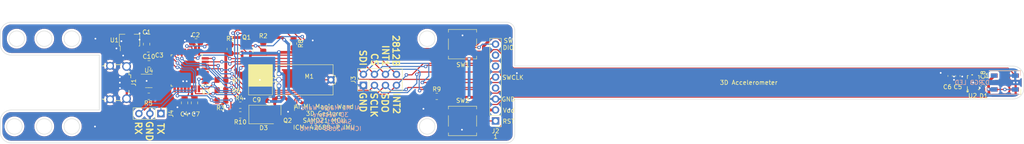
<source format=kicad_pcb>
(kicad_pcb (version 20241229) (generator "pcbnew") (generator_version "9.0")
  (layers (0 "F.Cu" signal) (2 "B.Cu" signal) (13 "F.Paste" user) (15 "B.Paste" user) (5 "F.SilkS" user "F.Silkscreen") (7 "B.SilkS" user "B.Silkscreen") (1 "F.Mask" user) (3 "B.Mask" user) (25 "Edge.Cuts" user))
  (net 0 "")
  (net 1 "Net-(D1-DIN)")
  (net 2 "GND")
  (net 3 "Net-(D1-DOUT)")
  (net 5 "/IMU_SDO")
  (net 9 "/IMU_INT1")
  (net 10 "/SW0")
  (net 11 "/SW1")
  (net 12 "Net-(Q2-G)")
  (net 16 "/USB_D-")
  (net 17 "/TX_WAND")
  (net 18 "/RX_WAND")
  (net 25 "/RST")
  (net 27 "/SWCLK")
  (net 30 "/SWDIO")
  (net 31 "/IMU_INT2")
  (net 33 "/LED_2812B")
  (net 34 "/+3.3V")
  (net 35 "/+5V")
  (net 36 "/VddCore")
  (net 37 "/D+")
  (net 38 "/D-")
  (net 40 "/IMU_CS")
  (net 41 "/IMU_SCLK")
  (net 42 "/IMU_SDI")
  (net 44 "/VIB_PWM")
  (net 45 "/USB_D+")
  (net 46 "/MOTOR_PWM")
  (net 47 "/USB_ID")
  (footprint "Capacitor_SMD:C_0603_1608Metric_Pad1.08x0.95mm_HandSolder" (layer "F.Cu") (at 262.382 98.806 -90)
    (property "Reference" "C6")
    (property "Value" "2.2uF")
  )
  (footprint "Resistor_SMD:R_0805_2012Metric_Pad1.20x1.40mm_HandSolder" (layer "F.Cu") (at 98.5774 105.5624)
    (property "Reference" "R4")
    (property "Value" "10K")
  )
  (footprint "Capacitor_SMD:C_0805_2012Metric_Pad1.18x1.45mm_HandSolder" (layer "F.Cu") (at 88.3705 90.932 180)
    (property "Reference" "C2")
    (property "Value" "0.1uF")
  )
  (footprint "Connector_PinHeader_2.54mm:PinHeader_1x03_P2.54mm_Vertical" (layer "F.Cu") (at 80.264 107.5182 -90)
    (property "Reference" "J4")
    (property "Value" "UART")
  )
  (footprint "Resistor_SMD:R_0805_2012Metric_Pad1.20x1.40mm_HandSolder" (layer "F.Cu") (at 96.266 92.583 -90)
    (property "Reference" "R1")
    (property "Value" "10K")
  )
  (footprint "Connector_PinHeader_2.54mm:PinHeader_2x04_P2.54mm_Vertical" (layer "F.Cu") (at 127 100.965 90)
    (property "Reference" "J3")
    (property "Value" "TestPoints")
  )
  (footprint "Package_TO_SOT_SMD:SOT-89-3" (layer "F.Cu") (at 73.025 90.805 90)
    (property "Reference" "U1")
    (property "Value" "MCP1700-3302E_SOT89")
  )
  (footprint "Resistor_SMD:R_0805_2012Metric_Pad1.20x1.40mm_HandSolder" (layer "F.Cu") (at 94.234 104.521)
    (property "Reference" "R3")
    (property "Value" "10K")
  )
  (footprint "Resistor_SMD:R_0805_2012Metric_Pad1.20x1.40mm_HandSolder" (layer "F.Cu") (at 94.234 102.108)
    (property "Reference" "R6")
    (property "Value" "10K")
  )
  (footprint "Resistor_SMD:R_0805_2012Metric_Pad1.20x1.40mm_HandSolder" (layer "F.Cu") (at 110.871 91.313 -90)
    (property "Reference" "R8")
    (property "Value" "10K")
  )
  (footprint "Package_TO_SOT_SMD:SOT-23" (layer "F.Cu") (at 109.5248 106.172 90)
    (property "Reference" "Q2")
    (property "Value" "2N7002K")
  )
  (footprint "Connector_PinHeader_2.54mm:PinHeader_1x08_P2.54mm_Vertical" (layer "F.Cu") (at 157.48 109.22 180)
    (property "Reference" "J2")
    (property "Value" "SWD_PICKIT")
  )
  (footprint "LED_SMD:LED_WS2812B_PLCC4_5.0x5.0mm_P3.2mm" (layer "F.Cu") (at 275.045 100.33)
    (property "Reference" "D1")
    (property "Value" "WS2812B")
  )
  (footprint "Connector_USB:USB_Micro-B_Wuerth_629105150521_CircularHoles" (layer "F.Cu") (at 70.485 100.33 -90)
    (property "Reference" "J1")
    (property "Value" "USB_B_Micro")
  )
  (footprint "Capacitor_SMD:C_0805_2012Metric_Pad1.18x1.45mm_HandSolder" (layer "F.Cu") (at 105.4862 104.3432)
    (property "Reference" "C9")
    (property "Value" "0.1uF")
  )
  (footprint "Package_QFP:TQFP-32_7x7mm_P0.8mm" (layer "F.Cu") (at 86.233 97.536 180)
    (property "Reference" "U3")
    (property "Value" "ATSAMD21E18A-A")
  )
  (footprint "AFM_Saucer:LGA14_2P5X3X0P91_TDK" (layer "F.Cu") (at 267.716 100.33 90)
    (property "Reference" "U2")
    (property "Value" "ICM-42688-P")
  )
  (footprint "Capacitor_SMD:C_0603_1608Metric_Pad1.08x0.95mm_HandSolder" (layer "F.Cu") (at 270.002 101.092 -90)
    (property "Reference" "C8")
    (property "Value" "0.01uF")
  )
  (footprint "Capacitor_SMD:C_0805_2012Metric_Pad1.18x1.45mm_HandSolder" (layer "F.Cu") (at 85.725 105.029 -90)
    (property "Reference" "C4")
    (property "Value" "1uF")
  )
  (footprint "Button_Switch_SMD:SW_SPST_B3SL-1022P" (layer "F.Cu") (at 149.86 109.22 180)
    (property "Reference" "SW2")
    (property "Value" "SW_Push")
  )
  (footprint "Package_TO_SOT_SMD:SOT-23" (layer "F.Cu") (at 99.949 92.7585 90)
    (property "Reference" "Q1")
    (property "Value" "BSS138")
  )
  (footprint "Resistor_SMD:R_0805_2012Metric_Pad1.20x1.40mm_HandSolder" (layer "F.Cu") (at 103.886 92.075 90)
    (property "Reference" "R2")
    (property "Value" "10K")
  )
  (footprint "Resistor_SMD:R_0805_2012Metric_Pad1.20x1.40mm_HandSolder" (layer "F.Cu") (at 98.5774 107.823 180)
    (property "Reference" "R10")
    (property "Value" "100")
  )
  (footprint "Package_TO_SOT_SMD:SOT-23-6" (layer "F.Cu") (at 77.47 99.949)
    (property "Reference" "U4")
    (property "Value" "USBLC6-2SC6")
  )
  (footprint "Capacitor_SMD:C_0805_2012Metric_Pad1.18x1.45mm_HandSolder" (layer "F.Cu") (at 77.5 96)
    (property "Reference" "C10")
    (property "Value" "0.0001 uF")
  )
  (footprint "Diode_SMD:D_SMB" (layer "F.Cu") (at 104.1146 107.7214)
    (property "Reference" "D3")
    (property "Value" "B260")
  )
  (footprint "AFM_Saucer:VZ6DC_VIB" (layer "F.Cu") (at 107.49 99.695)
    (property "Reference" "M1")
    (property "Value" "VZ6DCBB0735091")
  )
  (footprint "Resistor_SMD:R_0805_2012Metric_Pad1.20x1.40mm_HandSolder" (layer "F.Cu") (at 77.47 103.505 180)
    (property "Reference" "R5")
    (property "Value" "5.1K")
  )
  (footprint "Button_Switch_SMD:SW_SPST_B3SL-1022P" (layer "F.Cu") (at 149.86 91.44)
    (property "Reference" "SW1")
    (property "Value" "SW_Push")
  )
  (footprint "Resistor_SMD:R_0805_2012Metric_Pad1.20x1.40mm_HandSolder" (layer "F.Cu") (at 143.9164 103.5304)
    (property "Reference" "R9")
    (property "Value" "10K")
  )
  (footprint "Capacitor_SMD:C_0603_1608Metric_Pad1.08x0.95mm_HandSolder" (layer "F.Cu") (at 264.16 98.806 -90)
    (property "Reference" "C5")
    (property "Value" "0.1uF")
  )
  (footprint "Capacitor_SMD:C_0805_2012Metric_Pad1.18x1.45mm_HandSolder" (layer "F.Cu") (at 77.343 94)
    (property "Reference" "C3")
    (property "Value" "10 uF")
  )
  (footprint "Capacitor_SMD:C_0805_2012Metric_Pad1.18x1.45mm_HandSolder" (layer "F.Cu") (at 88.011 105.029 -90)
    (property "Reference" "C7")
    (property "Value" "0.1uF")
  )
  (footprint "Resistor_SMD:R_0805_2012Metric_Pad1.20x1.40mm_HandSolder" (layer "F.Cu") (at 94.234 99.695)
    (property "Reference" "R7")
    (property "Value" "10K")
  )
  (footprint "Capacitor_SMD:C_0805_2012Metric_Pad1.18x1.45mm_HandSolder" (layer "F.Cu") (at 76.962 91.44 90)
    (property "Reference" "C1")
    (property "Value" "10uF")
  )
  (footprint "LED_SMD:LED_WS2812B_PLCC4_5.0x5.0mm_P3.2mm" (layer "B.Cu") (at 274.955 100.33)
    (property "Reference" "D2")
    (property "Value" "WS2812B")
  )
  (gr_line (start 45.72 114.3) (end 160.02 114.3) (stroke (width 0.1)) (layer "Edge.Cuts"))
  (gr_circle (center 141.713949 90.17) (end 142.983949 88.9) (stroke (width 0.1)) (fill no) (layer "Edge.Cuts"))
  (gr_circle (center 53.34 110.49) (end 54.61 109.22) (stroke (width 0.1)) (fill no) (layer "Edge.Cuts"))
  (gr_line (start 160.02 86.36) (end 45.72 86.36) (stroke (width 0.1)) (layer "Edge.Cuts"))
  (gr_arc (start 279.4 101.6) (mid 278.656051 103.396051) (end 276.86 104.14) (stroke (width 0.1)) (layer "Edge.Cuts"))
  (gr_arc (start 276.86 96.52) (mid 278.656051 97.263949) (end 279.4 99.06) (stroke (width 0.1)) (layer "Edge.Cuts"))
  (gr_line (start 66.04 106.68) (end 45.72 106.68) (stroke (width 0.1)) (layer "Edge.Cuts"))
  (gr_line (start 43.18 88.9) (end 43.18 91.44) (stroke (width 0.1)) (layer "Edge.Cuts"))
  (gr_line (start 161.925 88.265) (end 161.925 96.52) (stroke (width 0.1)) (layer "Edge.Cuts"))
  (gr_line (start 161.925 96.52) (end 276.86 96.52) (stroke (width 0.1)) (layer "Edge.Cuts"))
  (gr_line (start 279.4 99.06) (end 279.4 101.6) (stroke (width 0.1)) (layer "Edge.Cuts"))
  (gr_circle (center 141.713949 110.49) (end 142.983949 109.22) (stroke (width 0.1)) (fill no) (layer "Edge.Cuts"))
  (gr_arc (start 45.72 114.3) (mid 43.923949 113.556051) (end 43.18 111.76) (stroke (width 0.1)) (layer "Edge.Cuts"))
  (gr_arc (start 45.72 93.98) (mid 43.923949 93.236051) (end 43.18 91.44) (stroke (width 0.1)) (layer "Edge.Cuts"))
  (gr_arc (start 43.18 88.9) (mid 43.923949 87.103949) (end 45.72 86.36) (stroke (width 0.1)) (layer "Edge.Cuts"))
  (gr_line (start 161.925 104.14) (end 161.925 112.395) (stroke (width 0.1)) (layer "Edge.Cuts"))
  (gr_line (start 45.72 93.98) (end 66.04 93.98) (stroke (width 0.1)) (layer "Edge.Cuts"))
  (gr_arc (start 161.925 112.395) (mid 161.367038 113.742038) (end 160.02 114.3) (stroke (width 0.1)) (layer "Edge.Cuts"))
  (gr_circle (center 59.69 90.17) (end 60.96 88.9) (stroke (width 0.1)) (fill no) (layer "Edge.Cuts"))
  (gr_arc (start 43.18 109.22) (mid 43.923949 107.423949) (end 45.72 106.68) (stroke (width 0.1)) (layer "Edge.Cuts"))
  (gr_circle (center 46.463949 110.49) (end 47.733949 109.22) (stroke (width 0.1)) (fill no) (layer "Edge.Cuts"))
  (gr_line (start 66.04 93.98) (end 66.04 106.68) (stroke (width 0.1)) (layer "Edge.Cuts"))
  (gr_arc (start 160.02 86.36) (mid 161.367038 86.917962) (end 161.925 88.265) (stroke (width 0.1)) (layer "Edge.Cuts"))
  (gr_line (start 276.86 104.14) (end 161.925 104.14) (stroke (width 0.1)) (layer "Edge.Cuts"))
  (gr_circle (center 46.99 90.17) (end 48.26 88.9) (stroke (width 0.1)) (fill no) (layer "Edge.Cuts"))
  (gr_circle (center 59.69 110.49) (end 60.96 109.22) (stroke (width 0.1)) (fill no) (layer "Edge.Cuts"))
  (gr_line (start 43.18 109.22) (end 43.18 111.76) (stroke (width 0.1)) (layer "Edge.Cuts"))
  (gr_circle (center 53.34 90.17) (end 54.61 88.9) (stroke (width 0.1)) (fill no) (layer "Edge.Cuts"))
  (gr_text "2812B" (at 134.493 92.964 270) (layer "F.SilkS") (effects (font (size 1.5 1.5) (thickness 0.3))))
  (gr_text "GND" (at 77.597 111.5822 270) (layer "F.SilkS") (effects (font (size 1.5 1.5) (thickness 0.3))))
  (gr_text "SWCLK" (at 161.4932 99.1616 0) (layer "F.SilkS") (effects (font (size 1 1))))
  (gr_text "1" (at 157.48 112.8268 0) (layer "F.SilkS") (effects (font (size 1 1))))
  (gr_text "INT2" (at 134.62 105.156 270) (layer "F.SilkS") (effects (font (size 1.5 1.5) (thickness 0.3))))
  (gr_text "SDO" (at 131.953 105.029 270) (layer "F.SilkS") (effects (font (size 1.5 1.5) (thickness 0.3))))
  (gr_text "Vdd" (at 160.528 106.7816 0) (layer "F.SilkS") (effects (font (size 1 1))))
  (gr_text "RST" (at 160.4772 109.3216 0) (layer "F.SilkS") (effects (font (size 1 1))))
  (gr_text "GND" (at 160.4264 104.1908 0) (layer "F.SilkS") (effects (font (size 1 1))))
  (gr_text "SW\nDIO" (at 160.4264 91.44 0) (layer "F.SilkS") (effects (font (size 1 1))))
  (gr_text "SDI" (at 126.873 94.615 270) (layer "F.SilkS") (effects (font (size 1.5 1.5) (thickness 0.3))))
  (gr_text "SCLK" (at 129.413 105.537 270) (layer "F.SilkS") (effects (font (size 1.5 1.5) (thickness 0.3))))
  (gr_text "TX" (at 80.1878 111.0234 270) (layer "F.SilkS") (effects (font (size 1.5 1.5) (thickness 0.3))))
  (gr_text "CS" (at 129.54 94.996 270) (layer "F.SilkS") (effects (font (size 1.5 1.5) (thickness 0.3))))
  (gr_text "3D Accelerometer" (at 215.9 100.33 0) (layer "F.SilkS") (effects (font (size 1 1))))
  (gr_text "GND" (at 126.873 104.902 270) (layer "F.SilkS") (effects (font (size 1.5 1.5) (thickness 0.3))))
  (gr_text "RX" (at 75.057 110.871 270) (layer "F.SilkS") (effects (font (size 1.5 1.5) (thickness 0.3))))
  (gr_text "INT1" (at 132.08 94.107 270) (layer "F.SilkS") (effects (font (size 1.5 1.5) (thickness 0.3))))
  (gr_text "AI ML Magic Wand\n3D Gesture\nSAMD21 MCU\nICM-42688-P IMU" (at 117.9068 108.3056 0) (layer "F.SilkS") (effects (font (size 1 1))))
  (gr_text "RGB LED" (at 266.7 100.33 0) (layer "B.SilkS") (effects (font (size 1 1)) (justify mirror)))
  (gr_text "AI ML Magic Wand\n3D Gesture\nSAMD21 MCU\nICM-42688-P IMU" (at 119.38 108.585 0) (layer "B.SilkS") (effects (font (size 1 1)) (justify mirror)))
  (segment (start 155.578486 89.2689) (end 158.383037 89.2689) (width 0.25) (layer "F.Cu") (net 1))
  (segment (start 114.791992 91.78676) (end 131.184332 91.78676) (width 0.25) (layer "F.Cu") (net 1))
  (segment (start 153.094906 91.75248) (end 155.578486 89.2689) (width 0.25) (layer "F.Cu") (net 1))
  (segment (start 131.184332 91.78676) (end 131.853574 92.456) (width 0.25) (layer "F.Cu") (net 1))
  (segment (start 161.671 96.99048) (end 275.75548 96.99048) (width 0.25) (layer "F.Cu") (net 1))
  (segment (start 144.932762 92.456) (end 145.636282 91.75248) (width 0.25) (layer "F.Cu") (net 1))
  (segment (start 103.886 93.075) (end 102.632 91.821) (width 0.25) (layer "F.Cu") (net 1))
  (segment (start 112.880046 89.874814) (end 114.791992 91.78676) (width 0.25) (layer "F.Cu") (net 1))
  (segment (start 112.880046 89.684954) (end 112.880046 89.874814) (width 0.25) (layer "F.Cu") (net 1))
  (segment (start 161.29 92.175862) (end 161.29 96.60948) (width 0.25) (layer "F.Cu") (net 1))
  (segment (start 131.853574 92.456) (end 144.932762 92.456) (width 0.25) (layer "F.Cu") (net 1))
  (segment (start 145.636282 91.75248) (end 153.094906 91.75248) (width 0.25) (layer "F.Cu") (net 1))
  (segment (start 161.29 96.60948) (end 161.671 96.99048) (width 0.25) (layer "F.Cu") (net 1))
  (segment (start 102.632 91.821) (end 99.949 91.821) (width 0.25) (layer "F.Cu") (net 1))
  (segment (start 277.495 98.73) (end 275.75548 96.99048) (width 0.25) (layer "F.Cu") (net 1))
  (segment (start 158.383037 89.2689) (end 161.29 92.175862) (width 0.25) (layer "F.Cu") (net 1))
  (via (at 102.108 91.821) (size 0.8) (drill 0.4) (layers "F.Cu" "B.Cu") (net 1))
  (via (at 112.880046 89.684954) (size 0.8) (drill 0.4) (layers "F.Cu" "B.Cu") (net 1))
  (segment (start 106.153768 91.821) (end 102.108 91.821) (width 0.25) (layer "B.Cu") (net 1))
  (segment (start 112.880046 89.684954) (end 108.289814 89.684954) (width 0.25) (layer "B.Cu") (net 1))
  (segment (start 108.289814 89.684954) (end 106.153768 91.821) (width 0.25) (layer "B.Cu") (net 1))
  (segment (start 72.2247 101.6508) (end 70.6249 101.6508) (width 0.508) (layer "F.Cu") (net 2))
  (segment (start 70.7852 101.63) (end 70.7644 101.6092) (width 0.25) (layer "F.Cu") (net 2))
  (segment (start 268.605 100.33) (end 267.716 100.33) (width 0.25) (layer "F.Cu") (net 2))
  (segment (start 264.16 99.6685) (end 264.16 98.933) (width 0.25) (layer "F.Cu") (net 2))
  (segment (start 263.271 99.695) (end 263.271 98.933) (width 0.25) (layer "F.Cu") (net 2))
  (segment (start 107.49 99.695) (end 119.49 99.695) (width 0.25) (layer "F.Cu") (net 2))
  (segment (start 264.16 98.933) (end 263.271 98.933) (width 0.25) (layer "F.Cu") (net 2))
  (segment (start 72.385 104.005) (end 72.335 104.055) (width 0.25) (layer "F.Cu") (net 2))
  (segment (start 269.24 101.6) (end 269.6475 101.6) (width 0.25) (layer "F.Cu") (net 2))
  (segment (start 72.385 101.6508) (end 72.385 104.0258) (width 0.508) (layer "F.Cu") (net 2))
  (segment (start 85.833 101.786) (end 85.833 100.349) (width 0.64516) (layer "F.Cu") (net 2))
  (segment (start 70.7644 101.6092) (end 70.7644 100.1776) (width 0.25) (layer "F.Cu") (net 2))
  (segment (start 88.233 91.832) (end 87.333 90.932) (width 0.64516) (layer "F.Cu") (net 2))
  (segment (start 269.6475 101.6) (end 270.002 101.9545) (width 0.25) (layer "F.Cu") (net 2))
  (segment (start 265.176 98.933) (end 264.16 98.933) (width 0.25) (layer "F.Cu") (net 2))
  (segment (start 88.233 93.286) (end 88.233 91.832) (width 0.64516) (layer "F.Cu") (net 2))
  (via (at 76.9874 88.9254) (size 0.8) (drill 0.4) (layers "F.Cu" "B.Cu") (net 2))
  (via (at 70.7898 100.3554) (size 0.8) (drill 0.4) (layers "F.Cu" "B.Cu") (net 2))
  (via (at 88.011 107.4928) (size 0.8) (drill 0.4) (layers "F.Cu" "B.Cu") (net 2))
  (via (at 109.601 107.0864) (size 0.8) (drill 0.4) (layers "F.Cu" "B.Cu") (net 2))
  (via (at 277.114 100.33) (size 0.8) (drill 0.4) (layers "F.Cu" "B.Cu") (net 2))
  (via (at 84.074 106.045) (size 0.8) (drill 0.4) (layers "F.Cu" "B.Cu") (net 2))
  (via (at 140.843 106.4006) (size 0.8) (drill 0.4) (layers "F.Cu" "B.Cu") (net 2))
  (via (at 70.7898 99.0854) (size 0.8) (drill 0.4) (layers "F.Cu" "B.Cu") (net 2))
  (via (at 149.733 111.252) (size 0.8) (drill 0.4) (layers "F.Cu" "B.Cu") (net 2))
  (via (at 85.8012 90.6272) (size 0.8) (drill 0.4) (layers "F.Cu" "B.Cu") (net 2))
  (via (at 112.7506 106.299) (size 0.8) (drill 0.4) (layers "F.Cu" "B.Cu") (net 2))
  (via (at 87.3252 89.6112) (size 0.8) (drill 0.4) (layers "F.Cu" "B.Cu") (net 2))
  (via (at 65.151 90.17) (size 0.8) (drill 0.4) (layers "F.Cu" "B.Cu") (net 2))
  (via (at 71.5518 94.0816) (size 0.8) (drill 0.4) (layers "F.Cu" "B.Cu") (net 2))
  (via (at 85.3948 100.0252) (size 0.8) (drill 0.4) (layers "F.Cu" "B.Cu") (net 2))
  (via (at 149.86 89.408) (size 0.8) (drill 0.4) (layers "F.Cu" "B.Cu") (net 2))
  (via (at 88.773 97.2312) (size 0.8) (drill 0.4) (layers "F.Cu" "B.Cu") (net 2))
  (via (at 76.962 99.949) (size 0.8) (drill 0.4) (layers "F.Cu" "B.Cu") (net 2))
  (via (at 99.568 104.0638) (size 0.8) (drill 0.4) (layers "F.Cu" "B.Cu") (net 2))
  (via (at 263.271 99.695) (size 0.8) (drill 0.4) (layers "F.Cu" "B.Cu") (net 2))
  (via (at 265.176 98.933) (size 0.8) (drill 0.4) (layers "F.Cu" "B.Cu") (net 2))
  (via (at 263.271 98.933) (size 0.8) (drill 0.4) (layers "F.Cu" "B.Cu") (net 2))
  (via (at 260.1976 98.0948) (size 0.8) (drill 0.4) (layers "F.Cu" "B.Cu") (net 2))
  (via (at 269.24 101.6) (size 0.8) (drill 0.4) (layers "F.Cu" "B.Cu") (net 2))
  (via (at 86.8172 107.4928) (size 0.8) (drill 0.4) (layers "F.Cu" "B.Cu") (net 2))
  (via (at 267.716 100.33) (size 0.8) (drill 0.4) (layers "F.Cu" "B.Cu") (net 2))
  (via (at 160.8074 89.9668) (size 0.8) (drill 0.4) (layers "F.Cu" "B.Cu") (net 2))
  (via (at 160.7058 106.5022) (size 0.8) (drill 0.4) (layers "F.Cu" "B.Cu") (net 2))
  (via (at 75.3364 88.9254) (size 0.8) (drill 0.4) (layers "F.Cu" "B.Cu") (net 2))
  (via (at 71.1454 90.7542) (size 0.8) (drill 0.4) (layers "F.Cu" "B.Cu") (net 2))
  (via (at 103.0986 99.7204) (size 0.8) (drill 0.4) (layers "F.Cu" "B.Cu") (net 2))
  (via (at 86.2076 100.0252) (size 0.8) (drill 0.4) (layers "F.Cu" "B.Cu") (net 2))
  (via (at 94.6658 106.934) (size 0.8) (drill 0.4) (layers "F.Cu" "B.Cu") (net 2))
  (via (at 70.0024 92.4306) (size 0.8) (drill 0.4) (layers "F.Cu" "B.Cu") (net 2))
  (via (at 115.2906 90.5764) (size 0.8) (drill 0.4) (layers "F.Cu" "B.Cu") (net 2))
  (via (at 70.8152 101.6) (size 0.8) (drill 0.4) (layers "F.Cu" "B.Cu") (net 2))
  (via (at 162.4076 98.1456) (size 0.8) (drill 0.4) (layers "F.Cu" "B.Cu") (net 2))
  (via (at 277.876 100.33) (size 0.8) (drill 0.4) (layers "F.Cu" "B.Cu") (net 2))
  (via (at 75.3364 90.3986) (size 0.8) (drill 0.4) (layers "F.Cu" "B.Cu") (net 2))
  (via (at 65.0494 110.5154) (size 0.8) (drill 0.4) (layers "F.Cu" "B.Cu") (net 2))
  (via (at 85.6996 107.5436) (size 0.8) (drill 0.4) (layers "F.Cu" "B.Cu") (net 2))
  (segment (start 107.49 99.695) (end 105.0798 99.695) (width 0.25) (layer "B.Cu") (net 2))
  (segment (start 272.595 101.93) (end 275.006 101.93) (width 0.25) (layer "F.Cu") (net 3))
  (via (at 275.006 101.93) (size 0.8) (drill 0.4) (layers "F.Cu" "B.Cu") (net 3))
  (segment (start 277.405 101.93) (end 275.006 101.93) (width 0.25) (layer "B.Cu") (net 3))
  (segment (start 158.33263 102.40838) (end 157.966499 102.774511) (width 0.25) (layer "F.Cu") (net 5))
  (segment (start 155.321 101.473) (end 137.304196 101.473) (width 0.25) (layer "F.Cu") (net 5))
  (segment (start 90.489 94.742) (end 90.483 94.736) (width 0.25) (layer "F.Cu") (net 5))
  (segment (start 132.08 100.965) (end 130.455969 102.589031) (width 0.25) (layer "F.Cu") (net 5))
  (segment (start 266.965999 101.4603) (end 266.965999 102.096001) (width 0.25) (layer "F.Cu") (net 5))
  (segment (start 92.456 94.742) (end 90.489 94.742) (width 0.25) (layer "F.Cu") (net 5))
  (segment (start 157.966499 102.774511) (end 156.622511 102.774511) (width 0.25) (layer "F.Cu") (net 5))
  (segment (start 266.965999 102.096001) (end 266.65362 102.40838) (width 0.25) (layer "F.Cu") (net 5))
  (segment (start 99.87038 102.589031) (end 96.576351 99.295002) (width 0.25) (layer "F.Cu") (net 5))
  (segment (start 156.622511 102.774511) (end 155.321 101.473) (width 0.25) (layer "F.Cu") (net 5))
  (segment (start 130.455969 102.589031) (end 99.87038 102.589031) (width 0.25) (layer "F.Cu") (net 5))
  (segment (start 266.65362 102.40838) (end 158.33263 102.40838) (width 0.25) (layer "F.Cu") (net 5))
  (segment (start 137.304196 101.473) (end 136.851098 101.926098) (width 0.25) (layer "F.Cu") (net 5))
  (via (at 92.456 94.742) (size 0.8) (drill 0.4) (layers "F.Cu" "B.Cu") (net 5))
  (via (at 136.851098 101.926098) (size 0.8) (drill 0.4) (layers "F.Cu" "B.Cu") (net 5))
  (via (at 96.576351 99.295002) (size 0.8) (drill 0.4) (layers "F.Cu" "B.Cu") (net 5))
  (segment (start 96.576351 99.295002) (end 94.551101 99.295002) (width 0.25) (layer "B.Cu") (net 5))
  (segment (start 136.851098 101.926098) (end 136.637685 102.139511) (width 0.25) (layer "B.Cu") (net 5))
  (segment (start 92.456 97.199901) (end 92.456 95.135022) (width 0.25) (layer "B.Cu") (net 5))
  (segment (start 92.456 94.996) (end 92.456 94.742) (width 0.25) (layer "B.Cu") (net 5))
  (segment (start 92.456 95.135022) (end 92.456 94.996) (width 0.25) (layer "B.Cu") (net 5))
  (segment (start 136.637685 102.139511) (end 133.254511 102.139511) (width 0.25) (layer "B.Cu") (net 5))
  (segment (start 133.254511 102.139511) (end 132.08 100.965) (width 0.25) (layer "B.Cu") (net 5))
  (segment (start 94.551101 99.295002) (end 92.456 97.199901) (width 0.25) (layer "B.Cu") (net 5))
  (segment (start 96.15608 94.7825) (end 96.158254 94.780326) (width 0.25) (layer "F.Cu") (net 9))
  (segment (start 85.833 93.286) (end 85.833 94.210022) (width 0.25) (layer "F.Cu") (net 9))
  (segment (start 268.466001 102.028421) (end 267.636522 102.8579) (width 0.25) (layer "F.Cu") (net 9))
  (segment (start 85.833 94.210022) (end 86.237978 94.615) (width 0.25) (layer "F.Cu") (net 9))
  (segment (start 268.466001 101.4603) (end 268.466001 102.028421) (width 0.25) (layer "F.Cu") (net 9))
  (segment (start 86.237978 94.615) (end 88.702498 94.615) (width 0.25) (layer "F.Cu") (net 9))
  (segment (start 152.72252 101.92252) (end 140.13948 101.92252) (width 0.25) (layer "F.Cu") (net 9))
  (segment (start 267.636522 102.8579) (end 162.447038 102.8579) (width 0.25) (layer "F.Cu") (net 9))
  (segment (start 162.447038 102.8579) (end 160.42311 102.8579) (width 0.25) (layer "F.Cu") (net 9))
  (segment (start 139.954 102.108) (end 139.954 102.1975) (width 0.25) (layer "F.Cu") (net 9))
  (segment (start 140.13948 101.92252) (end 139.954 102.108) (width 0.25) (layer "F.Cu") (net 9))
  (segment (start 96.158254 94.780326) (end 101.223246 94.780326) (width 0.25) (layer "F.Cu") (net 9))
  (segment (start 101.223246 94.780326) (end 101.261572 94.742) (width 0.25) (layer "F.Cu") (net 9))
  (segment (start 156.21 105.41) (end 152.72252 101.92252) (width 0.25) (layer "F.Cu") (net 9))
  (segment (start 160.42311 102.8579) (end 157.87101 105.41) (width 0.25) (layer "F.Cu") (net 9))
  (segment (start 128.397 94.742) (end 132.08 98.425) (width 0.25) (layer "F.Cu") (net 9))
  (segment (start 88.702498 94.615) (end 88.773 94.685502) (width 0.25) (layer "F.Cu") (net 9))
  (segment (start 101.261572 94.742) (end 128.397 94.742) (width 0.25) (layer "F.Cu") (net 9))
  (segment (start 157.87101 105.41) (end 156.21 105.41) (width 0.25) (layer "F.Cu") (net 9))
  (via (at 88.773 94.685502) (size 0.8) (drill 0.4) (layers "F.Cu" "B.Cu") (net 9))
  (via (at 139.954 102.1975) (size 0.8) (drill 0.4) (layers "F.Cu" "B.Cu") (net 9))
  (via (at 96.15608 94.7825) (size 0.8) (drill 0.4) (layers "F.Cu" "B.Cu") (net 9))
  (segment (start 89.478502 93.98) (end 88.773 94.685502) (width 0.25) (layer "B.Cu") (net 9))
  (segment (start 139.414489 97.250489) (end 133.254511 97.250489) (width 0.25) (layer "B.Cu") (net 9))
  (segment (start 96.15608 94.7825) (end 95.35358 93.98) (width 0.25) (layer "B.Cu") (net 9))
  (segment (start 133.254511 97.250489) (end 132.08 98.425) (width 0.25) (layer "B.Cu") (net 9))
  (segment (start 95.35358 93.98) (end 89.478502 93.98) (width 0.25) (layer "B.Cu") (net 9))
  (segment (start 140.04781 97.88381) (end 139.414489 97.250489) (width 0.25) (layer "B.Cu") (net 9))
  (segment (start 139.864489 102.107989) (end 139.864489 98.912723) (width 0.25) (layer "B.Cu") (net 9))
  (segment (start 139.954 102.1975) (end 139.864489 102.107989) (width 0.25) (layer "B.Cu") (net 9))
  (segment (start 139.864489 98.912723) (end 140.04781 98.729402) (width 0.25) (layer "B.Cu") (net 9))
  (segment (start 140.04781 98.729402) (end 140.04781 97.88381) (width 0.25) (layer "B.Cu") (net 9))
  (segment (start 130.811938 92.6858) (end 113.2438 92.6858) (width 0.25) (layer "F.Cu") (net 10))
  (segment (start 113.2438 92.6858) (end 110.871 90.313) (width 0.25) (layer "F.Cu") (net 10))
  (segment (start 146.98 93.44) (end 131.566138 93.44) (width 0.25) (layer "F.Cu") (net 10))
  (segment (start 90.483 100.336) (end 90.483 100.906) (width 0.25) (layer "F.Cu") (net 10))
  (segment (start 90.483 100.906) (end 90.483 100.9935) (width 0.25) (layer "F.Cu") (net 10))
  (segment (start 90.483 100.9935) (end 90.551 101.0615) (width 0.25) (layer "F.Cu") (net 10))
  (segment (start 131.566138 93.44) (end 130.811938 92.6858) (width 0.25) (layer "F.Cu") (net 10))
  (segment (start 109.491779 88.933779) (end 110.871 90.313) (width 0.25) (layer "F.Cu") (net 10))
  (segment (start 98.0065 88.933779) (end 109.491779 88.933779) (width 0.25) (layer "F.Cu") (net 10))
  (segment (start 152.74 93.44) (end 146.98 93.44) (width 0.25) (layer "F.Cu") (net 10))
  (via (at 98.0065 88.933779) (size 0.8) (drill 0.4) (layers "F.Cu" "B.Cu") (net 10))
  (via (at 90.551 101.0615) (size 0.8) (drill 0.4) (layers "F.Cu" "B.Cu") (net 10))
  (segment (start 90.806011 101.316511) (end 92.425793 101.316511) (width 0.25) (layer "B.Cu") (net 10))
  (segment (start 97.950779 88.933779) (end 98.0065 88.933779) (width 0.25) (layer "B.Cu") (net 10))
  (segment (start 93.760612 102.65133) (end 97.24667 102.65133) (width 0.25) (layer "B.Cu") (net 10))
  (segment (start 92.425793 101.316511) (end 93.760612 102.65133) (width 0.25) (layer "B.Cu") (net 10))
  (segment (start 97.24667 102.65133) (end 97.950779 101.947221) (width 0.25) (layer "B.Cu") (net 10))
  (segment (start 97.950779 101.947221) (end 97.950779 88.933779) (width 0.25) (layer "B.Cu") (net 10))
  (segment (start 90.551 101.0615) (end 90.806011 101.316511) (width 0.25) (layer "B.Cu") (net 10))
  (segment (start 146.0312 107.22) (end 146.98 107.22) (width 0.25) (layer "F.Cu") (net 11))
  (segment (start 96.4335 104.394) (end 96.4184 104.4091) (width 0.25) (layer "F.Cu") (net 11))
  (segment (start 146.606 107.22) (end 146.98 107.22) (width 0.25) (layer "F.Cu") (net 11))
  (segment (start 96.4184 104.4091) (end 96.4184 108.585) (width 0.25) (layer "F.Cu") (net 11))
  (segment (start 111.174468 104.191414) (end 111.877812 103.488071) (width 0.25) (layer "F.Cu") (net 11))
  (segment (start 89.027 99.568) (end 90.451 99.568) (width 0.25) (layer "F.Cu") (net 11))
  (segment (start 142.9164 103.5304) (end 146.606 107.22) (width 0.25) (layer "F.Cu") (net 11))
  (segment (start 152.74 107.22) (end 146.98 107.22) (width 0.25) (layer "F.Cu") (net 11))
  (segment (start 90.451 99.568) (end 90.483 99.536) (width 0.25) (layer "F.Cu") (net 11))
  (segment (start 110.064569 109.645431) (end 111.174468 108.535532) (width 0.25) (layer "F.Cu") (net 11))
  (segment (start 111.877812 103.488071) (end 142.299271 103.488071) (width 0.25) (layer "F.Cu") (net 11))
  (segment (start 111.174468 108.535532) (end 111.174468 104.191414) (width 0.25) (layer "F.Cu") (net 11))
  (segment (start 97.478831 109.645431) (end 110.064569 109.645431) (width 0.25) (layer "F.Cu") (net 11))
  (segment (start 96.4184 108.585) (end 97.478831 109.645431) (width 0.25) (layer "F.Cu") (net 11))
  (via (at 89.027 99.568) (size 0.8) (drill 0.4) (layers "F.Cu" "B.Cu") (net 11))
  (via (at 96.4335 104.394) (size 0.8) (drill 0.4) (layers "F.Cu" "B.Cu") (net 11))
  (segment (start 91.988386 103.635022) (end 89.027 100.673636) (width 0.25) (layer "B.Cu") (net 11))
  (segment (start 92.840022 103.635022) (end 91.988386 103.635022) (width 0.25) (layer "B.Cu") (net 11))
  (segment (start 93.599 104.394) (end 92.840022 103.635022) (width 0.25) (layer "B.Cu") (net 11))
  (segment (start 96.4335 104.394) (end 93.599 104.394) (width 0.25) (layer "B.Cu") (net 11))
  (segment (start 89.027 100.673636) (end 89.027 99.568) (width 0.25) (layer "B.Cu") (net 11))
  (segment (start 99.5774 107.823) (end 99.5774 108.8992) (width 0.25) (layer "F.Cu") (net 12))
  (segment (start 108.329689 109.195911) (end 108.5748 108.9508) (width 0.25) (layer "F.Cu") (net 12))
  (segment (start 99.5774 108.8992) (end 99.874111 109.195911) (width 0.25) (layer "F.Cu") (net 12))
  (segment (start 99.874111 109.195911) (end 108.329689 109.195911) (width 0.25) (layer "F.Cu") (net 12))
  (segment (start 108.5748 108.9508) (end 108.5748 107.1095) (width 0.25) (layer "F.Cu") (net 12))
  (segment (start 72.385 99.68) (end 74.818 99.68) (width 0.2) (layer "F.Cu") (net 16))
  (segment (start 74.818 99.68) (end 75.499 98.999) (width 0.2) (layer "F.Cu") (net 16))
  (segment (start 75.499 98.999) (end 76.3325 98.999) (width 0.2) (layer "F.Cu") (net 16))
  (segment (start 83.029167 94.736) (end 81.983 94.736) (width 0.25) (layer "F.Cu") (net 17))
  (segment (start 84.082801 95.789634) (end 83.029167 94.736) (width 0.25) (layer "F.Cu") (net 17))
  (via (at 84.082801 95.789634) (size 0.8) (drill 0.4) (layers "F.Cu" "B.Cu") (net 17))
  (segment (start 84.81828 96.37528) (end 85.419841 96.976841) (width 0.25) (layer "B.Cu") (net 17))
  (segment (start 83.836786 102.5906) (end 80.264 106.163386) (width 0.25) (layer "B.Cu") (net 17))
  (segment (start 84.668447 96.37528) (end 84.81828 96.37528) (width 0.25) (layer "B.Cu") (net 17))
  (segment (start 85.419841 96.976841) (end 87.427159 96.976841) (width 0.25) (layer "B.Cu") (net 17))
  (segment (start 87.4268 102.5906) (end 83.836786 102.5906) (width 0.25) (layer "B.Cu") (net 17))
  (segment (start 87.427159 96.976841) (end 88.265 97.814682) (width 0.25) (layer "B.Cu") (net 17))
  (segment (start 80.264 106.163386) (end 80.264 107.5182) (width 0.25) (layer "B.Cu") (net 17))
  (segment (start 88.265 97.814682) (end 88.265 101.7524) (width 0.25) (layer "B.Cu") (net 17))
  (segment (start 88.265 101.7524) (end 87.4268 102.5906) (width 0.25) (layer "B.Cu") (net 17))
  (segment (start 84.082801 95.789634) (end 84.668447 96.37528) (width 0.25) (layer "B.Cu") (net 17))
  (segment (start 83.766751 96.796951) (end 83.107511 96.137711) (width 0.25) (layer "F.Cu") (net 18))
  (segment (start 83.107511 95.736489) (end 82.907022 95.536) (width 0.25) (layer "F.Cu") (net 18))
  (segment (start 84.06552 96.796951) (end 83.766751 96.796951) (width 0.25) (layer "F.Cu") (net 18))
  (segment (start 83.107511 96.137711) (end 83.107511 95.736489) (width 0.25) (layer "F.Cu") (net 18))
  (segment (start 82.907022 95.536) (end 81.983 95.536) (width 0.25) (layer "F.Cu") (net 18))
  (via (at 84.06552 96.796951) (size 0.8) (drill 0.4) (layers "F.Cu" "B.Cu") (net 18))
  (segment (start 87.81548 98.00088) (end 87.81548 101.51612) (width 0.25) (layer "B.Cu") (net 18))
  (segment (start 84.4544 96.796951) (end 85.08381 97.426361) (width 0.25) (layer "B.Cu") (net 18))
  (segment (start 85.08381 97.426361) (end 87.240961 97.426361) (width 0.25) (layer "B.Cu") (net 18))
  (segment (start 87.81548 101.51612) (end 87.1982 102.1334) (width 0.25) (layer "B.Cu") (net 18))
  (segment (start 83.3882 102.1334) (end 80.3402 105.1814) (width 0.25) (layer "B.Cu") (net 18))
  (segment (start 87.240961 97.426361) (end 87.81548 98.00088) (width 0.25) (layer "B.Cu") (net 18))
  (segment (start 77.5208 105.1814) (end 75.184 107.5182) (width 0.25) (layer "B.Cu") (net 18))
  (segment (start 84.06552 96.796951) (end 84.4544 96.796951) (width 0.25) (layer "B.Cu") (net 18))
  (segment (start 80.3402 105.1814) (end 77.5208 105.1814) (width 0.25) (layer "B.Cu") (net 18))
  (segment (start 87.1982 102.1334) (end 83.3882 102.1334) (width 0.25) (layer "B.Cu") (net 18))
  (segment (start 95.96888 106.11678) (end 95.96888 108.771197) (width 0.25) (layer "F.Cu") (net 25))
  (segment (start 155.615 109.22) (end 157.48 109.22) (width 0.25) (layer "F.Cu") (net 25))
  (segment (start 91.948 104.394) (end 93.107 104.394) (width 0.25) (layer "F.Cu") (net 25))
  (segment (start 112.064009 103.937591) (end 141.174729 103.937591) (width 0.25) (layer "F.Cu") (net 25))
  (segment (start 110.250766 110.094951) (end 111.623988 108.72173) (width 0.25) (layer "F.Cu") (net 25))
  (segment (start 84.233 101.786) (end 84.233 102.836) (width 0.25) (layer "F.Cu") (net 25))
  (segment (start 95.96888 108.771197) (end 97.292634 110.094951) (width 0.25) (layer "F.Cu") (net 25))
  (segment (start 141.9727 104.736722) (end 145.280489 108.044511) (width 0.25) (layer "F.Cu") (net 25))
  (segment (start 141.9727 104.735562) (end 141.9727 104.736722) (width 0.25) (layer "F.Cu") (net 25))
  (segment (start 111.623988 104.377612) (end 112.064009 103.937591) (width 0.25) (layer "F.Cu") (net 25))
  (segment (start 145.280489 108.044511) (end 154.439511 108.044511) (width 0.25) (layer "F.Cu") (net 25))
  (segment (start 84.233 102.836) (end 84.074 102.995) (width 0.25) (layer "F.Cu") (net 25))
  (segment (start 97.292634 110.094951) (end 110.250766 110.094951) (width 0.25) (layer "F.Cu") (net 25))
  (segment (start 154.439511 108.044511) (end 155.615 109.22) (width 0.25) (layer "F.Cu") (net 25))
  (segment (start 84.074 102.995) (end 84.074 103.378) (width 0.25) (layer "F.Cu") (net 25))
  (segment (start 95.6939 105.8418) (end 95.96888 106.11678) (width 0.25) (layer "F.Cu") (net 25))
  (segment (start 111.623988 108.72173) (end 111.623988 104.377612) (width 0.25) (layer "F.Cu") (net 25))
  (segment (start 141.174729 103.937591) (end 141.9727 104.735562) (width 0.25) (layer "F.Cu") (net 25))
  (segment (start 93.107 104.394) (end 93.234 104.521) (width 0.25) (layer "F.Cu") (net 25))
  (via (at 84.074 103.378) (size 0.8) (drill 0.4) (layers "F.Cu" "B.Cu") (net 25))
  (via (at 91.948 104.394) (size 0.8) (drill 0.4) (layers "F.Cu" "B.Cu") (net 25))
  (via (at 95.6939 105.8418) (size 0.8) (drill 0.4) (layers "F.Cu" "B.Cu") (net 25))
  (segment (start 90.932 103.378) (end 91.948 104.394) (width 0.25) (layer "B.Cu") (net 25))
  (segment (start 94.69562 104.84352) (end 95.6939 105.8418) (width 0.25) (layer "B.Cu") (net 25))
  (segment (start 91.948 104.394) (end 92.39752 104.84352) (width 0.25) (layer "B.Cu") (net 25))
  (segment (start 84.074 103.378) (end 90.932 103.378) (width 0.25) (layer "B.Cu") (net 25))
  (segment (start 92.39752 104.84352) (end 94.69562 104.84352) (width 0.25) (layer "B.Cu") (net 25))
  (segment (start 92.431489 102.910511) (end 93.234 102.108) (width 0.25) (layer "F.Cu") (net 27))
  (segment (start 122.8852 96.5962) (end 125.888511 99.599511) (width 0.25) (layer "F.Cu") (net 27))
  (segment (start 156.7688 99.06) (end 157.48 99.06) (width 0.25) (layer "F.Cu") (net 27))
  (segment (start 88.233 102.836) (end 88.307511 102.910511) (width 0.25) (layer "F.Cu") (net 27))
  (segment (start 88.307511 102.910511) (end 92.288489 102.910511) (width 0.25) (layer "F.Cu") (net 27))
  (segment (start 156.241511 99.587289) (end 156.7688 99.06) (width 0.25) (layer "F.Cu") (net 27))
  (segment (start 125.888511 99.599511) (end 156.241511 99.599511) (width 0.25) (layer "F.Cu") (net 27))
  (segment (start 156.241511 99.599511) (end 156.241511 99.587289) (width 0.25) (layer "F.Cu") (net 27))
  (segment (start 98.675279 96.9518) (end 99.030879 96.5962) (width 0.25) (layer "F.Cu") (net 27))
  (segment (start 88.233 101.786) (end 88.233 102.836) (width 0.25) (layer "F.Cu") (net 27))
  (segment (start 99.030879 96.5962) (end 122.8852 96.5962) (width 0.25) (layer "F.Cu") (net 27))
  (segment (start 92.288489 102.910511) (end 92.431489 102.910511) (width 0.25) (layer "F.Cu") (net 27))
  (via (at 92.288489 102.910511) (size 0.8) (drill 0.4) (layers "F.Cu" "B.Cu") (net 27))
  (via (at 98.675279 96.9518) (size 0.8) (drill 0.4) (layers "F.Cu" "B.Cu") (net 27))
  (segment (start 93.091 103.124) (end 92.877511 102.910511) (width 0.25) (layer "B.Cu") (net 27))
  (segment (start 98.675279 96.9518) (end 98.400299 97.22678) (width 0.25) (layer "B.Cu") (net 27))
  (segment (start 97.409717 103.124) (end 93.091 103.124) (width 0.25) (layer "B.Cu") (net 27))
  (segment (start 92.877511 102.910511) (end 92.288489 102.910511) (width 0.25) (layer "B.Cu") (net 27))
  (segment (start 98.400299 97.22678) (end 98.400299 102.133418) (width 0.25) (layer "B.Cu") (net 27))
  (segment (start 98.400299 102.133418) (end 97.409717 103.124) (width 0.25) (layer "B.Cu") (net 27))
  (segment (start 114.406773 92.23628) (end 130.998135 92.23628) (width 0.25) (layer "F.Cu") (net 30))
  (segment (start 130.998135 92.23628) (end 131.752335 92.99048) (width 0.25) (layer "F.Cu") (net 30))
  (segment (start 131.752335 92.99048) (end 145.034 92.99048) (width 0.25) (layer "F.Cu") (net 30))
  (segment (start 97.706397 88.209268) (end 110.379761 88.209268) (width 0.25) (layer "F.Cu") (net 30))
  (segment (start 110.379761 88.209268) (end 114.406773 92.23628) (width 0.25) (layer "F.Cu") (net 30))
  (segment (start 89.033 101.786) (end 91.143 101.786) (width 0.25) (layer "F.Cu") (net 30))
  (segment (start 92.337 100.592) (end 93.234 99.695) (width 0.25) (layer "F.Cu") (net 30))
  (segment (start 96.901 88.9) (end 97.2539 89.2529) (width 0.25) (layer "F.Cu") (net 30))
  (segment (start 97.2539 89.2529) (end 97.2539 88.661765) (width 0.25) (layer "F.Cu") (net 30))
  (segment (start 97.2539 88.661765) (end 97.706397 88.209268) (width 0.25) (layer "F.Cu") (net 30))
  (segment (start 91.143 101.786) (end 92.337 100.592) (width 0.25) (layer "F.Cu") (net 30))
  (segment (start 145.034 92.99048) (end 145.82248 92.202) (width 0.25) (layer "F.Cu") (net 30))
  (segment (start 145.82248 92.202) (end 153.67 92.202) (width 0.25) (layer "F.Cu") (net 30))
  (via (at 92.337 100.592) (size 0.8) (drill 0.4) (layers "F.Cu" "B.Cu") (net 30))
  (via (at 153.67 92.202) (size 0.8) (drill 0.4) (layers "F.Cu" "B.Cu") (net 30))
  (via (at 96.901 88.9) (size 0.8) (drill 0.4) (layers "F.Cu" "B.Cu") (net 30))
  (segment (start 153.67 92.202) (end 154.432 91.44) (width 0.25) (layer "B.Cu") (net 30))
  (segment (start 97.282 89.281) (end 97.282 94.260964) (width 0.25) (layer "B.Cu") (net 30))
  (segment (start 154.432 91.44) (end 157.48 91.44) (width 0.25) (layer "B.Cu") (net 30))
  (segment (start 97.409 95.172688) (end 97.409 101.608614) (width 0.25) (layer "B.Cu") (net 30))
  (segment (start 93.94681 102.20181) (end 92.337 100.592) (width 0.25) (layer "B.Cu") (net 30))
  (segment (start 97.282 94.260964) (end 97.501259 94.480223) (width 0.25) (layer "B.Cu") (net 30))
  (segment (start 97.501259 94.480223) (end 97.501259 95.080429) (width 0.25) (layer "B.Cu") (net 30))
  (segment (start 97.501259 95.080429) (end 97.409 95.172688) (width 0.25) (layer "B.Cu") (net 30))
  (segment (start 96.901 88.9) (end 97.282 89.281) (width 0.25) (layer "B.Cu") (net 30))
  (segment (start 96.815804 102.20181) (end 93.94681 102.20181) (width 0.25) (layer "B.Cu") (net 30))
  (segment (start 97.409 101.608614) (end 96.815804 102.20181) (width 0.25) (layer "B.Cu") (net 30))
  (segment (start 264.550516 100.6103) (end 161.925162 100.6103) (width 0.25) (layer "F.Cu") (net 31))
  (segment (start 85.09 94.742) (end 85.09 93.343) (width 0.25) (layer "F.Cu") (net 31))
  (segment (start 85.09 93.343) (end 85.033 93.286) (width 0.25) (layer "F.Cu") (net 31))
  (segment (start 132.546449 103.038551) (end 99.101551 103.038551) (width 0.25) (layer "F.Cu") (net 31))
  (segment (start 154.12932 95.885) (end 140.843 95.885) (width 0.25) (layer "F.Cu") (net 31))
  (segment (start 161.925162 100.6103) (end 159.893 98.578138) (width 0.25) (layer "F.Cu") (net 31))
  (segment (start 134.62 100.965) (end 132.546449 103.038551) (width 0.25) (layer "F.Cu") (net 31))
  (segment (start 140.843 95.885) (end 138.176 98.552) (width 0.25) (layer "F.Cu") (net 31))
  (segment (start 138.176 98.552) (end 136.906 98.552) (width 0.25) (layer "F.Cu") (net 31))
  (segment (start 267.942911 98.608489) (end 266.552327 98.608489) (width 0.25) (layer "F.Cu") (net 31))
  (segment (start 155.3331 94.68122) (end 154.12932 95.885) (width 0.25) (layer "F.Cu") (net 31))
  (segment (start 159.893 98.578138) (end 159.893 94.73199) (width 0.25) (layer "F.Cu") (net 31))
  (segment (start 267.966 99.1997) (end 267.966 98.631578) (width 0.25) (layer "F.Cu") (net 31))
  (segment (start 266.552327 98.608489) (end 264.550516 100.6103) (width 0.25) (layer "F.Cu") (net 31))
  (segment (start 159.893 94.73199) (end 157.87101 92.71) (width 0.25) (layer "F.Cu") (net 31))
  (segment (start 267.966 98.631578) (end 267.942911 98.608489) (width 0.25) (layer "F.Cu") (net 31))
  (segment (start 157.87101 92.71) (end 156.972 92.71) (width 0.25) (layer "F.Cu") (net 31))
  (segment (start 155.3331 94.3489) (end 155.3331 94.68122) (width 0.25) (layer "F.Cu") (net 31))
  (segment (start 156.972 92.71) (end 155.3331 94.3489) (width 0.25) (layer "F.Cu") (net 31))
  (segment (start 99.101551 103.038551) (end 96.52 100.457) (width 0.25) (layer "F.Cu") (net 31))
  (via (at 96.52 100.457) (size 0.8) (drill 0.4) (layers "F.Cu" "B.Cu") (net 31))
  (via (at 85.09 94.742) (size 0.8) (drill 0.4) (layers "F.Cu" "B.Cu") (net 31))
  (via (at 136.906 98.552) (size 0.8) (drill 0.4) (layers "F.Cu" "B.Cu") (net 31))
  (segment (start 136.906 98.552) (end 136.906 98.679) (width 0.25) (layer "B.Cu") (net 31))
  (segment (start 90.551 95.930618) (end 86.278618 95.930618) (width 0.25) (layer "B.Cu") (net 31))
  (segment (start 86.278618 95.930618) (end 85.09 94.742) (width 0.25) (layer "B.Cu") (net 31))
  (segment (start 136.906 98.679) (end 134.62 100.965) (width 0.25) (layer "B.Cu") (net 31))
  (segment (start 95.077382 100.457) (end 90.551 95.930618) (width 0.25) (layer "B.Cu") (net 31))
  (segment (start 96.52 100.457) (end 95.077382 100.457) (width 0.25) (layer "B.Cu") (net 31))
  (segment (start 96.266 91.583) (end 90.770848 91.583) (width 0.25) (layer "F.Cu") (net 33))
  (segment (start 104.593493 93.98) (end 104.573973 93.99952) (width 0.25) (layer "F.Cu") (net 33))
  (segment (start 100.415428 93.696) (end 100.899 93.696) (width 0.25) (layer "F.Cu") (net 33))
  (segment (start 87.433 93.286) (end 87.433 92.236) (width 0.25) (layer "F.Cu") (net 33))
  (segment (start 90.770848 91.583) (end 90.350221 92.003627) (width 0.25) (layer "F.Cu") (net 33))
  (segment (start 134.62 98.425) (end 130.175 93.98) (width 0.25) (layer "F.Cu") (net 33))
  (segment (start 130.175 93.98) (end 104.593493 93.98) (width 0.25) (layer "F.Cu") (net 33))
  (segment (start 86.441321 92.075) (end 86.252819 91.886498) (width 0.25) (layer "F.Cu") (net 33))
  (segment (start 101.20252 93.99952) (end 100.899 93.696) (width 0.25) (layer "F.Cu") (net 33))
  (segment (start 98.302428 91.583) (end 100.415428 93.696) (width 0.25) (layer "F.Cu") (net 33))
  (segment (start 96.266 91.583) (end 98.302428 91.583) (width 0.25) (layer "F.Cu") (net 33))
  (segment (start 104.573973 93.99952) (end 101.20252 93.99952) (width 0.25) (layer "F.Cu") (net 33))
  (segment (start 87.272 92.075) (end 86.441321 92.075) (width 0.25) (layer "F.Cu") (net 33))
  (segment (start 87.433 92.236) (end 87.272 92.075) (width 0.25) (layer "F.Cu") (net 33))
  (via (at 86.252819 91.886498) (size 0.8) (drill 0.4) (layers "F.Cu" "B.Cu") (net 33))
  (via (at 90.350221 92.003627) (size 0.8) (drill 0.4) (layers "F.Cu" "B.Cu") (net 33))
  (segment (start 86.252819 91.886498) (end 90.233092 91.886498) (width 0.25) (layer "B.Cu") (net 33))
  (segment (start 90.233092 91.886498) (end 90.350221 92.003627) (width 0.25) (layer "B.Cu") (net 33))
  (segment (start 95.234 93.583) (end 96.266 93.583) (width 0.64516) (layer "F.Cu") (net 34))
  (segment (start 153.289 103.759) (end 156.21 106.68) (width 0.64516) (layer "F.Cu") (net 34))
  (segment (start 76.9395 92.455) (end 76.962 92.4775) (width 0.64516) (layer "F.Cu") (net 34))
  (segment (start 98.886 93.583) (end 96.266 93.583) (width 0.508) (layer "F.Cu") (net 34))
  (segment (start 264.16 97.9435) (end 268.3775 97.9435) (width 0.64516) (layer "F.Cu") (net 34))
  (segment (start 154.686 94.413182) (end 154.230182 94.869) (width 0.64516) (layer "F.Cu") (net 34))
  (segment (start 145.145 103.759) (end 153.289 103.759) (width 0.64516) (layer "F.Cu") (net 34))
  (segment (start 95.969 93.286) (end 96.266 93.583) (width 0.508) (layer "F.Cu") (net 34))
  (segment (start 94.0119 105.7431) (end 95.234 104.521) (width 0.64516) (layer "F.Cu") (net 34))
  (segment (start 268.3775 97.9435) (end 269.3935 97.9435) (width 0.64516) (layer "F.Cu") (net 34))
  (segment (start 132.08 94.869) (end 130.5439 93.3329) (width 0.64516) (layer "F.Cu") (net 34))
  (segment (start 104.4487 104.3432) (end 104.8766 104.3432) (width 0.64516) (layer "F.Cu") (net 34))
  (segment (start 88.011 103.9915) (end 89.7626 105.7431) (width 0.64516) (layer "F.Cu") (net 34))
  (segment (start 89.033 93.286) (end 95.969 93.286) (width 0.508) (layer "F.Cu") (net 34))
  (segment (start 87.433 101.786) (end 87.433 103.4135) (width 0.508) (layer "F.Cu") (net 34))
  (segment (start 154.686 91.948) (end 154.686 94.413182) (width 0.64516) (layer "F.Cu") (net 34))
  (segment (start 156.21 106.68) (end 157.48 106.68) (width 0.64516) (layer "F.Cu") (net 34))
  (segment (start 89.7626 105.7431) (end 94.0119 105.7431) (width 0.64516) (layer "F.Cu") (net 34))
  (segment (start 161.704091 99.474091) (end 160.6429 98.4129) (width 0.64516) (layer "F.Cu") (net 34))
  (segment (start 80.9205 88.519) (end 88.646 88.519) (width 0.64516) (layer "F.Cu") (net 34))
  (segment (start 144.9164 103.5304) (end 145.145 103.759) (width 0.64516) (layer "F.Cu") (net 34))
  (segment (start 74.525 92.455) (end 76.9395 92.455) (width 0.64516) (layer "F.Cu") (net 34))
  (segment (start 160.6429 92.4439) (end 158.115 89.916) (width 0.64516) (layer "F.Cu") (net 34))
  (segment (start 110.9859 93.3329) (end 107.5674 93.3329) (width 0.64516) (layer "F.Cu") (net 34))
  (segment (start 269.401501 100.829999) (end 270.002 100.2295) (width 0.25) (layer "F.Cu") (net 34))
  (segment (start 88.646 88.519) (end 89.408 89.281) (width 0.64516) (layer "F.Cu") (net 34))
  (segment (start 268.466001 99.1997) (end 268.466001 98.032001) (width 0.25) (layer "F.Cu") (net 34))
  (segment (start 101.9646 107.7214) (end 101.9646 106.8273) (width 0.64516) (layer "F.Cu") (net 34))
  (segment (start 270.002 98.552) (end 270.002 100.2295) (width 0.64516) (layer "F.Cu") (net 34))
  (segment (start 269.3935 97.9435) (end 270.002 98.552) (width 0.64516) (layer "F.Cu") (net 34))
  (segment (start 110.871 92.313) (end 110.871 93.218) (width 0.64516) (layer "F.Cu") (net 34))
  (segment (start 95.234 104.521) (end 95.234 93.583) (width 0.64516) (layer "F.Cu") (net 34))
  (segment (start 98.999 93.696) (end 98.886 93.583) (width 0.508) (layer "F.Cu") (net 34))
  (segment (start 89.033 91.307) (end 89.408 90.932) (width 0.64516) (layer "F.Cu") (net 34))
  (segment (start 158.115 89.916) (end 156.718 89.916) (width 0.64516) (layer "F.Cu") (net 34))
  (segment (start 76.962 92.4775) (end 80.9205 88.519) (width 0.64516) (layer "F.Cu") (net 34))
  (segment (start 262.382 97.9435) (end 260.851409 99.474091) (width 0.64516) (layer "F.Cu") (net 34))
  (segment (start 104.8766 104.3432) (end 105.2576 104.7242) (width 0.64516) (layer "F.Cu") (net 34))
  (segment (start 154.230182 94.869) (end 132.08 94.869) (width 0.64516) (layer "F.Cu") (net 34))
  (segment (start 89.408 89.281) (end 89.408 90.932) (width 0.64516) (layer "F.Cu") (net 34))
  (segment (start 89.033 93.286) (end 89.033 91.307) (width 0.508) (layer "F.Cu") (net 34))
  (segment (start 156.718 89.916) (end 154.686 91.948) (width 0.64516) (layer "F.Cu") (net 34))
  (segment (start 110.871 93.218) (end 110.9859 93.3329) (width 0.64516) (layer "F.Cu") (net 34))
  (segment (start 87.433 103.4135) (end 88.011 103.9915) (width 0.64516) (layer "F.Cu") (net 34))
  (segment (start 268.605 100.829999) (end 269.401501 100.829999) (width 0.25) (layer "F.Cu") (net 34))
  (segment (start 107.5674 93.3329) (end 107.49 93.2555) (width 0.64516) (layer "F.Cu") (net 34))
  (segment (start 101.9646 106.8273) (end 104.4487 104.3432) (width 0.64516) (layer "F.Cu") (net 34))
  (segment (start 268.466001 98.032001) (end 268.3775 97.9435) (width 0.25) (layer "F.Cu") (net 34))
  (segment (start 260.851409 99.474091) (end 161.704091 99.474091) (width 0.64516) (layer "F.Cu") (net 34))
  (segment (start 160.6429 98.4129) (end 160.6429 92.4439) (width 0.64516) (layer "F.Cu") (net 34))
  (segment (start 130.5439 93.3329) (end 110.9859 93.3329) (width 0.64516) (layer "F.Cu") (net 34))
  (segment (start 262.382 97.9435) (end 264.16 97.9435) (width 0.64516) (layer "F.Cu") (net 34))
  (via (at 107.49 93.2555) (size 0.8) (drill 0.4) (layers "F.Cu" "B.Cu") (net 34))
  (via (at 98.679 93.583) (size 0.8) (drill 0.4) (layers "F.Cu" "B.Cu") (net 34))
  (via (at 151.384 94.869) (size 0.8) (drill 0.4) (layers "F.Cu" "B.Cu") (net 34))
  (via (at 151.384 103.759) (size 0.8) (drill 0.4) (layers "F.Cu" "B.Cu") (net 34))
  (via (at 105.2576 104.7242) (size 0.8) (drill 0.4) (layers "F.Cu" "B.Cu") (net 34))
  (segment (start 98.742 93.52) (end 107.49 93.52) (width 0.64516) (layer "B.Cu") (net 34))
  (segment (start 107.49 98.295) (end 107.49 93.52) (width 0.64516) (layer "B.Cu") (net 34))
  (segment (start 98.679 93.583) (end 98.742 93.52) (width 0.64516) (layer "B.Cu") (net 34))
  (segment (start 108.303172 98.295) (end 107.49 98.295) (width 0.64516) (layer "B.Cu") (net 34))
  (segment (start 105.2576 104.7242) (end 105.275309 104.706491) (width 0.64516) (layer "B.Cu") (net 34))
  (segment (start 108.6358 103.9876) (end 108.6358 98.627628) (width 0.64516) (layer "B.Cu") (net 34))
  (segment (start 105.275309 104.706491) (end 107.916909 104.706491) (width 0.64516) (layer "B.Cu") (net 34))
  (segment (start 108.6358 98.627628) (end 108.303172 98.295) (width 0.64516) (layer "B.Cu") (net 34))
  (segment (start 107.916909 104.706491) (end 108.6358 103.9876) (width 0.64516) (layer "B.Cu") (net 34))
  (segment (start 151.384 103.759) (end 151.384 94.869) (width 0.64516) (layer "B.Cu") (net 34))
  (segment (start 107.49 93.52) (end 107.49 93.2555) (width 0.64516) (layer "B.Cu") (net 34))
  (segment (start 145.23604 108.9152) (end 141.34984 105.029) (width 0.64516) (layer "F.Cu") (net 35))
  (segment (start 271.322909 101.931411) (end 271.322909 102.830591) (width 0.64516) (layer "F.Cu") (net 35))
  (segment (start 76.3055 94) (end 75 94) (width 0.64516) (layer "F.Cu") (net 35))
  (segment (start 154.1272 108.9152) (end 145.23604 108.9152) (width 0.64516) (layer "F.Cu") (net 35))
  (segment (start 73.025 92.3675) (end 73.025 93.599) (width 0.64516) (layer "F.Cu") (net 35))
  (segment (start 73.914091 98.932909) (end 72.385 98.932909) (width 0.64516) (layer "F.Cu") (net 35))
  (segment (start 74.168 97.536) (end 76.708 97.536) (width 0.64516) (layer "F.Cu") (net 35))
  (segment (start 73.025 88.392) (end 73.025 92.3675) (width 0.64516) (layer "F.Cu") (net 35))
  (segment (start 103.886 89.916) (end 103.87 89.9) (width 0.64516) (layer "F.Cu") (net 35))
  (segment (start 91.44 89.9) (end 89.17 87.63) (width 0.64516) (layer "F.Cu") (net 35))
  (segment (start 74.168 95.377) (end 74.168 95.5) (width 0.64516) (layer "F.Cu") (net 35))
  (segment (start 141.3256 105.0036) (end 141.3002 105.029) (width 0.64516) (layer "F.Cu") (net 35))
  (segment (start 103.87 89.9) (end 91.44 89.9) (width 0.64516) (layer "F.Cu") (net 35))
  (segment (start 161.544 103.505) (end 159.258 105.791) (width 0.64516) (layer "F.Cu") (net 35))
  (segment (start 74.168 98.679) (end 73.914091 98.932909) (width 0.64516) (layer "F.Cu") (net 35))
  (segment (start 78.223928 99.949) (end 77.47 99.195072) (width 0.25) (layer "F.Cu") (net 35))
  (segment (start 74.168 95.5) (end 74.168 97.536) (width 0.64516) (layer "F.Cu") (net 35))
  (segment (start 78.6075 99.949) (end 78.223928 99.949) (width 0.25) (layer "F.Cu") (net 35))
  (segment (start 156.21 110.998) (end 154.1272 108.9152) (width 0.64516) (layer "F.Cu") (net 35))
  (segment (start 271.245498 100.079502) (end 271.245498 101.854) (width 0.64516) (layer "F.Cu") (net 35))
  (segment (start 159.258 110.109) (end 158.369 110.998) (width 0.64516) (layer "F.Cu") (net 35))
  (segment (start 77.47 99.195072) (end 77.47 98.298) (width 0.25) (layer "F.Cu") (net 35))
  (segment (start 76.708 97.536) (end 77.47 98.298) (width 0.64516) (layer "F.Cu") (net 35))
  (segment (start 141.3002 105.029) (end 112.6998 105.029) (width 0.64516) (layer "F.Cu") (net 35))
  (segment (start 103.886 91.075) (end 103.886 89.916) (width 0.64516) (layer "F.Cu") (net 35))
  (segment (start 159.258 105.791) (end 159.258 110.109) (width 0.64516) (layer "F.Cu") (net 35))
  (segment (start 271.245498 101.854) (end 271.322909 101.931411) (width 0.64516) (layer "F.Cu") (net 35))
  (segment (start 103.886 91.551) (end 103.87 91.567) (width 0.25) (layer "F.Cu") (net 35))
  (segment (start 74.168 97.536) (end 74.168 98.679) (width 0.64516) (layer "F.Cu") (net 35))
  (segment (start 89.17 87.63) (end 73.787 87.63) (width 0.64516) (layer "F.Cu") (net 35))
  (segment (start 73.787 87.63) (end 73.025 88.392) (width 0.64516) (layer "F.Cu") (net 35))
  (segment (start 73.025 93.599) (end 74.168 94.742) (width 0.64516) (layer "F.Cu") (net 35))
  (segment (start 74.168 94.742) (end 74.168 95.377) (width 0.64516) (layer "F.Cu") (net 35))
  (segment (start 74.168 94.832) (end 74.168 95.377) (width 0.64516) (layer "F.Cu") (net 35))
  (segment (start 270.637 103.505) (end 161.544 103.505) (width 0.64516) (layer "F.Cu") (net 35))
  (segment (start 75 94) (end 74.168 94.832) (width 0.64516) (layer "F.Cu") (net 35))
  (segment (start 112.6998 105.029) (end 112.348499 104.677699) (width 0.64516) (layer "F.Cu") (net 35))
  (segment (start 74.668 96) (end 74.168 95.5) (width 0.64516) (layer "F.Cu") (net 35))
  (segment (start 271.322909 102.830591) (end 270.764 103.3895) (width 0.64516) (layer "F.Cu") (net 35))
  (segment (start 108.188 89.9) (end 103.87 89.9) (width 0.64516) (layer "F.Cu") (net 35))
  (segment (start 76.4625 96) (end 74.668 96) (width 0.64516) (layer "F.Cu") (net 35))
  (segment (start 108.712 90.424) (end 108.188 89.9) (width 0.64516) (layer "F.Cu") (net 35))
  (segment (start 270.764 103.378) (end 270.637 103.505) (width 0.64516) (layer "F.Cu") (net 35))
  (segment (start 158.369 110.998) (end 156.21 110.998) (width 0.64516) (layer "F.Cu") (net 35))
  (segment (start 272.595 98.73) (end 271.245498 100.079502) (width 0.64516) (layer "F.Cu") (net 35))
  (via (at 108.712 90.424) (size 0.8) (drill 0.4) (layers "F.Cu" "B.Cu") (net 35))
  (via (at 112.348499 104.677699) (size 0.8) (drill 0.4) (layers "F.Cu" "B.Cu") (net 35))
  (via (at 271.245498 101.854) (size 0.8) (drill 0.4) (layers "F.Cu" "B.Cu") (net 35))
  (segment (start 112.348499 104.677699) (end 112.348499 104.626899) (width 0.64516) (layer "B.Cu") (net 35))
  (segment (start 271.321498 101.93) (end 271.245498 101.854) (width 0.64516) (layer "B.Cu") (net 35))
  (segment (start 109.728 102.0064) (end 109.728 91.44) (width 0.64516) (layer "B.Cu") (net 35))
  (segment (start 109.728 91.44) (end 108.712 90.424) (width 0.64516) (layer "B.Cu") (net 35))
  (segment (start 272.505 101.93) (end 271.321498 101.93) (width 0.64516) (layer "B.Cu") (net 35))
  (segment (start 112.348499 104.626899) (end 109.728 102.0064) (width 0.64516) (layer "B.Cu") (net 35))
  (segment (start 86.633 103.0835) (end 85.725 103.9915) (width 0.25) (layer "F.Cu") (net 36))
  (segment (start 86.633 101.786) (end 86.633 103.0835) (width 0.25) (layer "F.Cu") (net 36))
  (segment (start 79.877 100.336) (end 81.983 100.336) (width 0.2) (layer "F.Cu") (net 37))
  (segment (start 78.6075 100.899) (end 79.314 100.899) (width 0.2) (layer "F.Cu") (net 37))
  (segment (start 79.314 100.899) (end 79.877 100.336) (width 0.2) (layer "F.Cu") (net 37))
  (segment (start 78.6075 98.999) (end 79.314 98.999) (width 0.2) (layer "F.Cu") (net 38))
  (segment (start 79.314 98.999) (end 79.851 99.536) (width 0.2) (layer "F.Cu") (net 38))
  (segment (start 79.851 99.536) (end 81.983 99.536) (width 0.2) (layer "F.Cu") (net 38))
  (segment (start 96.647 95.504837) (end 127.127 95.504837) (width 0.25) (layer "F.Cu") (net 40))
  (segment (start 158.591489 95.345489) (end 155.304549 95.345489) (width 0.25) (layer "F.Cu") (net 40))
  (segment (start 159.44348 96.19748) (end 158.591489 95.345489) (width 0.25) (layer "F.Cu") (net 40))
  (segment (start 96.15608 96.012) (end 96.139837 95.995757) (width 0.25) (layer "F.Cu") (net 40))
  (segment (start 94.27992 95.536) (end 90.483 95.536) (width 0.25) (layer "F.Cu") (net 40))
  (segment (start 96.647 95.504837) (end 96.647 95.52108) (width 0.25) (layer "F.Cu") (net 40))
  (segment (start 264.862996 101.05982) (end 161.738964 101.05982) (width 0.25) (layer "F.Cu") (net 40))
  (segment (start 161.738964 101.05982) (end 159.44348 98.764335) (width 0.25) (layer "F.Cu") (net 40))
  (segment (start 141.62598 96.33452) (end 141.351 96.6095) (width 0.25) (layer "F.Cu") (net 40))
  (segment (start 159.44348 98.764335) (end 159.44348 96.19748) (width 0.25) (layer "F.Cu") (net 40))
  (segment (start 94.31192 95.504) (end 94.27992 95.536) (width 0.25) (layer "F.Cu") (net 40))
  (segment (start 155.304549 95.345489) (end 154.315517 96.33452) (width 0.25) (layer "F.Cu") (net 40))
  (segment (start 154.315517 96.33452) (end 141.62598 96.33452) (width 0.25) (layer "F.Cu") (net 40))
  (segment (start 266.092815 99.830001) (end 264.862996 101.05982) (width 0.25) (layer "F.Cu") (net 40))
  (segment (start 266.827 99.830001) (end 266.092815 99.830001) (width 0.25) (layer "F.Cu") (net 40))
  (segment (start 126.619837 95.504837) (end 129.54 98.425) (width 0.25) (layer "F.Cu") (net 40))
  (segment (start 96.647 95.52108) (end 96.15608 96.012) (width 0.25) (layer "F.Cu") (net 40))
  (via (at 94.31192 95.504) (size 0.8) (drill 0.4) (layers "F.Cu" "B.Cu") (net 40))
  (via (at 141.351 96.6095) (size 0.8) (drill 0.4) (layers "F.Cu" "B.Cu") (net 40))
  (via (at 96.15608 96.012) (size 0.8) (drill 0.4) (layers "F.Cu" "B.Cu") (net 40))
  (segment (start 131.3555 96.6095) (end 129.54 98.425) (width 0.25) (layer "B.Cu") (net 40))
  (segment (start 96.15608 96.012) (end 95.707843 95.563763) (width 0.25) (layer "B.Cu") (net 40))
  (segment (start 94.371683 95.563763) (end 94.31192 95.504) (width 0.25) (layer "B.Cu") (net 40))
  (segment (start 141.351 96.6095) (end 131.3555 96.6095) (width 0.25) (layer "B.Cu") (net 40))
  (segment (start 95.707843 95.563763) (end 94.371683 95.563763) (width 0.25) (layer "B.Cu") (net 40))
  (segment (start 158.654511 98.611083) (end 158.654511 97.948511) (width 0.25) (layer "F.Cu") (net 41))
  (segment (start 158.654511 97.948511) (end 158.591489 97.885489) (width 0.25) (layer "F.Cu") (net 41))
  (segment (start 265.13096 101.50934) (end 163.005632 101.50934) (width 0.25) (layer "F.Cu") (net 41))
  (segment (start 139.985511 97.885489) (end 139.867109 97.885489) (width 0.25) (layer "F.Cu") (net 41))
  (segment (start 266.3103 100.33) (end 265.13096 101.50934) (width 0.25) (layer "F.Cu") (net 41))
  (segment (start 128.365489 102.139511) (end 100.488511 102.139511) (width 0.25) (layer "F.Cu") (net 41))
  (segment (start 93.472 96.4115) (end 93.3965 96.336) (width 0.25) (layer "F.Cu") (net 41))
  (segment (start 93.3965 96.336) (end 90.483 96.336) (width 0.25) (layer "F.Cu") (net 41))
  (segment (start 158.591489 97.885489) (end 139.985511 97.885489) (width 0.25) (layer "F.Cu") (net 41))
  (segment (start 161.552768 101.50934) (end 158.654511 98.611083) (width 0.25) (layer "F.Cu") (net 41))
  (segment (start 139.867109 97.885489) (end 139.323299 98.429299) (width 0.25) (layer "F.Cu") (net 41))
  (segment (start 163.005632 101.50934) (end 161.552768 101.50934) (width 0.25) (layer "F.Cu") (net 41))
  (segment (start 100.488511 102.139511) (end 96.647 98.298) (width 0.25) (layer "F.Cu") (net 41))
  (segment (start 129.54 100.965) (end 128.365489 102.139511) (width 0.25) (layer "F.Cu") (net 41))
  (segment (start 266.827 100.33) (end 266.3103 100.33) (width 0.25) (layer "F.Cu") (net 41))
  (via (at 139.323299 98.429299) (size 0.8) (drill 0.4) (layers "F.Cu" "B.Cu") (net 41))
  (via (at 93.472 96.4115) (size 0.8) (drill 0.4) (layers "F.Cu" "B.Cu") (net 41))
  (via (at 96.647 98.298) (size 0.8) (drill 0.4) (layers "F.Cu" "B.Cu") (net 41))
  (segment (start 93.472 97.580183) (end 93.472 96.4115) (width 0.25) (layer "B.Cu") (net 41))
  (segment (start 94.189817 98.298) (end 93.472 97.580183) (width 0.25) (layer "B.Cu") (net 41))
  (segment (start 137.151201 102.650609) (end 131.225609 102.650609) (width 0.25) (layer "B.Cu") (net 41))
  (segment (start 139.323299 100.478511) (end 137.151201 102.650609) (width 0.25) (layer "B.Cu") (net 41))
  (segment (start 139.323299 98.429299) (end 139.323299 100.478511) (width 0.25) (layer "B.Cu") (net 41))
  (segment (start 96.647 98.298) (end 94.189817 98.298) (width 0.25) (layer "B.Cu") (net 41))
  (segment (start 131.225609 102.650609) (end 129.54 100.965) (width 0.25) (layer "B.Cu") (net 41))
  (segment (start 266.446 100.912177) (end 266.446 100.965) (width 0.25) (layer "F.Cu") (net 42))
  (segment (start 127 98.425) (end 124.587 96.012) (width 0.25) (layer "F.Cu") (net 42))
  (segment (start 159.506011 100.324011) (end 140.589 100.324011) (width 0.25) (layer "F.Cu") (net 42))
  (segment (start 266.827 100.829999) (end 266.528178 100.829999) (width 0.25) (layer "F.Cu") (net 42))
  (segment (start 97.536 96.012) (end 96.15608 97.39192) (width 0.25) (layer "F.Cu") (net 42))
  (segment (start 94.052431 97.136) (end 94.31192 97.395489) (width 0.25) (layer "F.Cu") (net 42))
  (segment (start 96.15608 97.39192) (end 96.15608 97.395489) (width 0.25) (layer "F.Cu") (net 42))
  (segment (start 266.446 100.965) (end 265.45214 101.95886) (width 0.25) (layer "F.Cu") (net 42))
  (segment (start 124.587 96.012) (end 97.536 96.012) (width 0.25) (layer "F.Cu") (net 42))
  (segment (start 161.14086 101.95886) (end 159.506011 100.324011) (width 0.25) (layer "F.Cu") (net 42))
  (segment (start 90.483 97.136) (end 94.052431 97.136) (width 0.25) (layer "F.Cu") (net 42))
  (segment (start 265.45214 101.95886) (end 161.14086 101.95886) (width 0.25) (layer "F.Cu") (net 42))
  (segment (start 266.528178 100.829999) (end 266.446 100.912177) (width 0.25) (layer "F.Cu") (net 42))
  (via (at 96.15608 97.395489) (size 0.8) (drill 0.4) (layers "F.Cu" "B.Cu") (net 42))
  (via (at 94.31192 97.395489) (size 0.8) (drill 0.4) (layers "F.Cu" "B.Cu") (net 42))
  (via (at 140.589 100.324011) (size 0.8) (drill 0.4) (layers "F.Cu" "B.Cu") (net 42))
  (segment (start 142.075511 98.8375) (end 142.075511 95.974511) (width 0.25) (layer "B.Cu") (net 42))
  (segment (start 142.075511 95.974511) (end 141.985989 95.884989) (width 0.25) (layer "B.Cu") (net 42))
  (segment (start 141.985989 95.884989) (end 129.540011 95.884989) (width 0.25) (layer "B.Cu") (net 42))
  (segment (start 129.540011 95.884989) (end 127 98.425) (width 0.25) (layer "B.Cu") (net 42))
  (segment (start 140.589 100.324011) (end 142.075511 98.8375) (width 0.25) (layer "B.Cu") (net 42))
  (segment (start 96.15608 97.395489) (end 94.31192 97.395489) (width 0.25) (layer "B.Cu") (net 42))
  (segment (start 83.433 94.115234) (end 83.433 93.286) (width 0.25) (layer "F.Cu") (net 44))
  (segment (start 84.090985 94.773219) (end 83.433 94.115234) (width 0.25) (layer "F.Cu") (net 44))
  (segment (start 96.515701 101.477299) (end 96.515701 102.662501) (width 0.25) (layer "F.Cu") (net 44))
  (segment (start 97.5774 103.7242) (end 97.5774 105.5624) (width 0.25) (layer "F.Cu") (net 44))
  (segment (start 96.515701 102.662501) (end 97.5774 103.7242) (width 0.25) (layer "F.Cu") (net 44))
  (segment (start 97.5774 105.5624) (end 97.5774 107.823) (width 0.25) (layer "F.Cu") (net 44))
  (via (at 96.515701 101.477299) (size 0.8) (drill 0.4) (layers "F.Cu" "B.Cu") (net 44))
  (via (at 84.090985 94.773219) (size 0.8) (drill 0.4) (layers "F.Cu" "B.Cu") (net 44))
  (segment (start 85.733934 96.416168) (end 90.400832 96.416168) (width 0.25) (layer "B.Cu") (net 44))
  (segment (start 96.511402 101.473) (end 96.515701 101.477299) (width 0.25) (layer "B.Cu") (net 44))
  (segment (start 84.090985 94.773219) (end 85.733934 96.416168) (width 0.25) (layer "B.Cu") (net 44))
  (segment (start 90.400832 96.416168) (end 95.457664 101.473) (width 0.25) (layer "B.Cu") (net 44))
  (segment (start 95.457664 101.473) (end 96.511402 101.473) (width 0.25) (layer "B.Cu") (net 44))
  (segment (start 72.385 100.33) (end 74.93 100.33) (width 0.2) (layer "F.Cu") (net 45))
  (segment (start 74.93 100.33) (end 75.499 100.899) (width 0.2) (layer "F.Cu") (net 45))
  (segment (start 75.499 100.899) (end 76.3325 100.899) (width 0.2) (layer "F.Cu") (net 45))
  (segment (start 108.8644 103.7844) (end 109.5248 104.4448) (width 0.64516) (layer "F.Cu") (net 46))
  (segment (start 106.5237 104.3432) (end 106.5237 107.4623) (width 0.64516) (layer "F.Cu") (net 46))
  (segment (start 107.4928 103.7844) (end 107.0825 103.7844) (width 0.64516) (layer "F.Cu") (net 46))
  (segment (start 107.0825 103.7844) (end 106.5237 104.3432) (width 0.64516) (layer "F.Cu") (net 46))
  (segment (start 109.5248 104.4448) (end 109.5248 105.2345) (width 0.64516) (layer "F.Cu") (net 46))
  (segment (start 107.4928 103.7844) (end 108.8644 103.7844) (width 0.64516) (layer "F.Cu") (net 46))
  (segment (start 106.5237 107.4623) (end 106.2646 107.7214) (width 0.64516) (layer "F.Cu") (net 46))
  (via (at 107.4928 103.7844) (size 0.8) (drill 0.4) (layers "F.Cu" "B.Cu") (net 46))
  (segment (start 107.4928 103.7844) (end 107.4928 101.0978) (width 0.64516) (layer "B.Cu") (net 46))
  (segment (start 107.4928 101.0978) (end 107.49 101.095) (width 0.64516) (layer "B.Cu") (net 46))
  (segment (start 74.6656 100.98) (end 76.47 102.7844) (width 0.25) (layer "F.Cu") (net 47))
  (segment (start 72.385 100.98) (end 74.6656 100.98) (width 0.25) (layer "F.Cu") (net 47))
  (segment (start 76.47 102.7844) (end 76.47 103.505) (width 0.25) (layer "F.Cu") (net 47))
  (zone (net 2) (net_name "GND") (layer "F.Cu") (connect_pads (clearance 0.508)) (min_thickness 0.254) (fill yes (thermal_gap 0.508) (thermal_bridge_width 0.508))
    (polygon (pts (xy 162.56 114.3) (xy 43.18 114.3) (xy 43.18 86.36) (xy 162.56 86.36)))
  )
  (zone (net 2) (net_name "GND") (layer "F.Cu") (connect_pads (clearance 0.508)) (min_thickness 0.254) (fill yes (thermal_gap 0.508) (thermal_bridge_width 0.508))
    (polygon (pts (xy 279.4 104.14) (xy 161.29 104.14) (xy 161.29 96.52) (xy 279.4 96.52)))
  )
  (zone (net 2) (net_name "GND") (layer "B.Cu") (connect_pads (clearance 0.508)) (min_thickness 0.254) (fill yes (thermal_gap 0.508) (thermal_bridge_width 0.508))
    (polygon (pts (xy 279.4 104.14) (xy 161.29 104.14) (xy 161.29 96.52) (xy 279.4 96.52)))
  )
  (zone (net 2) (net_name "GND") (layer "B.Cu") (connect_pads (clearance 0.508)) (min_thickness 0.254) (fill yes (thermal_gap 0.508) (thermal_bridge_width 0.508))
    (polygon (pts (xy 162.56 114.3) (xy 43.18 114.3) (xy 43.18 86.36) (xy 162.56 86.36)))
  )
)
</source>
